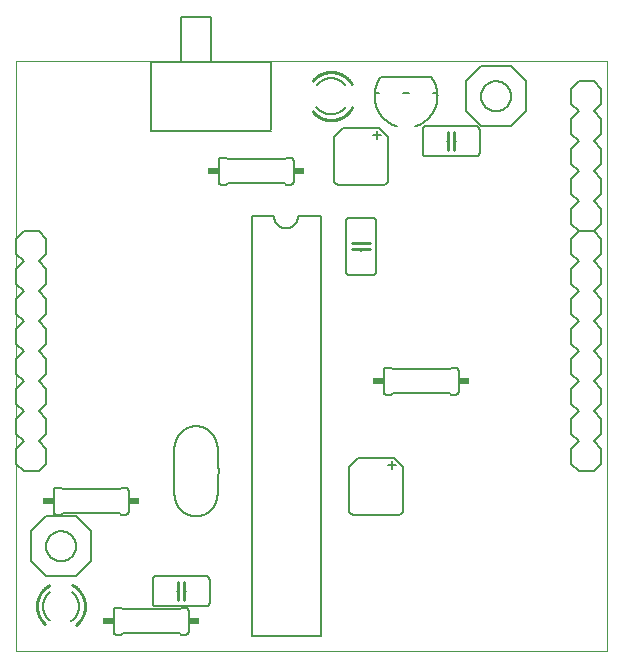
<source format=gto>
G75*
%MOIN*%
%OFA0B0*%
%FSLAX25Y25*%
%IPPOS*%
%LPD*%
%AMOC8*
5,1,8,0,0,1.08239X$1,22.5*
%
%ADD10C,0.00000*%
%ADD11C,0.00600*%
%ADD12C,0.01000*%
%ADD13C,0.00800*%
%ADD14R,0.03400X0.02400*%
%ADD15C,0.00500*%
D10*
X0013667Y0031998D02*
X0013667Y0228849D01*
X0210517Y0228849D01*
X0210517Y0031998D01*
X0013667Y0031998D01*
D11*
X0022667Y0046998D02*
X0022669Y0047150D01*
X0022675Y0047301D01*
X0022684Y0047452D01*
X0022698Y0047604D01*
X0022715Y0047754D01*
X0022736Y0047904D01*
X0022761Y0048054D01*
X0022789Y0048203D01*
X0022822Y0048351D01*
X0022858Y0048498D01*
X0022897Y0048645D01*
X0022941Y0048790D01*
X0022988Y0048934D01*
X0023039Y0049077D01*
X0023093Y0049218D01*
X0023151Y0049359D01*
X0023212Y0049497D01*
X0023277Y0049634D01*
X0023346Y0049770D01*
X0023417Y0049903D01*
X0023492Y0050035D01*
X0023571Y0050165D01*
X0023652Y0050292D01*
X0023737Y0050418D01*
X0023825Y0050542D01*
X0023916Y0050663D01*
X0024010Y0050782D01*
X0024108Y0050898D01*
X0024208Y0051012D01*
X0024310Y0051124D01*
X0024416Y0051232D01*
X0024524Y0051338D01*
X0024635Y0051442D01*
X0024749Y0051542D01*
X0024865Y0051640D01*
X0024984Y0051734D01*
X0034667Y0046998D02*
X0034665Y0046844D01*
X0034659Y0046690D01*
X0034649Y0046536D01*
X0034635Y0046382D01*
X0034618Y0046229D01*
X0034596Y0046077D01*
X0034570Y0045925D01*
X0034541Y0045773D01*
X0034507Y0045623D01*
X0034470Y0045473D01*
X0034429Y0045325D01*
X0034384Y0045177D01*
X0034335Y0045031D01*
X0034283Y0044886D01*
X0034227Y0044743D01*
X0034167Y0044600D01*
X0034104Y0044460D01*
X0034037Y0044321D01*
X0033966Y0044184D01*
X0033892Y0044049D01*
X0033815Y0043916D01*
X0033734Y0043784D01*
X0033650Y0043655D01*
X0033562Y0043528D01*
X0033471Y0043404D01*
X0033378Y0043282D01*
X0033280Y0043162D01*
X0033180Y0043045D01*
X0033077Y0042930D01*
X0032971Y0042818D01*
X0032863Y0042709D01*
X0032751Y0042603D01*
X0032637Y0042499D01*
X0032520Y0042399D01*
X0032401Y0042301D01*
X0032279Y0042207D01*
X0032154Y0042116D01*
X0034667Y0046998D02*
X0034665Y0047148D01*
X0034659Y0047299D01*
X0034650Y0047449D01*
X0034637Y0047598D01*
X0034620Y0047748D01*
X0034599Y0047897D01*
X0034575Y0048045D01*
X0034547Y0048193D01*
X0034515Y0048340D01*
X0034480Y0048486D01*
X0034440Y0048631D01*
X0034398Y0048775D01*
X0034351Y0048918D01*
X0034301Y0049060D01*
X0034248Y0049201D01*
X0034191Y0049340D01*
X0034131Y0049478D01*
X0034067Y0049614D01*
X0034000Y0049748D01*
X0033929Y0049881D01*
X0033855Y0050012D01*
X0033778Y0050141D01*
X0033697Y0050268D01*
X0033614Y0050393D01*
X0033527Y0050516D01*
X0033438Y0050637D01*
X0033345Y0050755D01*
X0033249Y0050871D01*
X0033151Y0050985D01*
X0033050Y0051096D01*
X0032945Y0051205D01*
X0032839Y0051310D01*
X0032729Y0051414D01*
X0032617Y0051514D01*
X0032503Y0051612D01*
X0032386Y0051706D01*
X0032267Y0051798D01*
X0022667Y0046998D02*
X0022669Y0046846D01*
X0022675Y0046695D01*
X0022684Y0046544D01*
X0022698Y0046392D01*
X0022715Y0046242D01*
X0022736Y0046092D01*
X0022761Y0045942D01*
X0022789Y0045793D01*
X0022822Y0045645D01*
X0022858Y0045498D01*
X0022897Y0045351D01*
X0022941Y0045206D01*
X0022988Y0045062D01*
X0023039Y0044919D01*
X0023093Y0044778D01*
X0023151Y0044637D01*
X0023212Y0044499D01*
X0023277Y0044362D01*
X0023346Y0044226D01*
X0023417Y0044093D01*
X0023492Y0043961D01*
X0023571Y0043831D01*
X0023652Y0043704D01*
X0023737Y0043578D01*
X0023825Y0043454D01*
X0023916Y0043333D01*
X0024010Y0043214D01*
X0024108Y0043098D01*
X0024208Y0042984D01*
X0024310Y0042872D01*
X0024416Y0042764D01*
X0024524Y0042658D01*
X0024635Y0042554D01*
X0024749Y0042454D01*
X0024865Y0042356D01*
X0024984Y0042262D01*
X0046167Y0045498D02*
X0046167Y0038498D01*
X0046169Y0038438D01*
X0046174Y0038377D01*
X0046183Y0038318D01*
X0046196Y0038259D01*
X0046212Y0038200D01*
X0046232Y0038143D01*
X0046255Y0038088D01*
X0046282Y0038033D01*
X0046311Y0037981D01*
X0046344Y0037930D01*
X0046380Y0037881D01*
X0046418Y0037835D01*
X0046460Y0037791D01*
X0046504Y0037749D01*
X0046550Y0037711D01*
X0046599Y0037675D01*
X0046650Y0037642D01*
X0046702Y0037613D01*
X0046757Y0037586D01*
X0046812Y0037563D01*
X0046869Y0037543D01*
X0046928Y0037527D01*
X0046987Y0037514D01*
X0047046Y0037505D01*
X0047107Y0037500D01*
X0047167Y0037498D01*
X0048667Y0037498D01*
X0049167Y0037998D01*
X0068167Y0037998D01*
X0068667Y0037498D01*
X0070167Y0037498D01*
X0070227Y0037500D01*
X0070288Y0037505D01*
X0070347Y0037514D01*
X0070406Y0037527D01*
X0070465Y0037543D01*
X0070522Y0037563D01*
X0070577Y0037586D01*
X0070632Y0037613D01*
X0070684Y0037642D01*
X0070735Y0037675D01*
X0070784Y0037711D01*
X0070830Y0037749D01*
X0070874Y0037791D01*
X0070916Y0037835D01*
X0070954Y0037881D01*
X0070990Y0037930D01*
X0071023Y0037981D01*
X0071052Y0038033D01*
X0071079Y0038088D01*
X0071102Y0038143D01*
X0071122Y0038200D01*
X0071138Y0038259D01*
X0071151Y0038318D01*
X0071160Y0038377D01*
X0071165Y0038438D01*
X0071167Y0038498D01*
X0071167Y0045498D01*
X0071165Y0045558D01*
X0071160Y0045619D01*
X0071151Y0045678D01*
X0071138Y0045737D01*
X0071122Y0045796D01*
X0071102Y0045853D01*
X0071079Y0045908D01*
X0071052Y0045963D01*
X0071023Y0046015D01*
X0070990Y0046066D01*
X0070954Y0046115D01*
X0070916Y0046161D01*
X0070874Y0046205D01*
X0070830Y0046247D01*
X0070784Y0046285D01*
X0070735Y0046321D01*
X0070684Y0046354D01*
X0070632Y0046383D01*
X0070577Y0046410D01*
X0070522Y0046433D01*
X0070465Y0046453D01*
X0070406Y0046469D01*
X0070347Y0046482D01*
X0070288Y0046491D01*
X0070227Y0046496D01*
X0070167Y0046498D01*
X0068667Y0046498D01*
X0068167Y0045998D01*
X0049167Y0045998D01*
X0048667Y0046498D01*
X0047167Y0046498D01*
X0047107Y0046496D01*
X0047046Y0046491D01*
X0046987Y0046482D01*
X0046928Y0046469D01*
X0046869Y0046453D01*
X0046812Y0046433D01*
X0046757Y0046410D01*
X0046702Y0046383D01*
X0046650Y0046354D01*
X0046599Y0046321D01*
X0046550Y0046285D01*
X0046504Y0046247D01*
X0046460Y0046205D01*
X0046418Y0046161D01*
X0046380Y0046115D01*
X0046344Y0046066D01*
X0046311Y0046015D01*
X0046282Y0045963D01*
X0046255Y0045908D01*
X0046232Y0045853D01*
X0046212Y0045796D01*
X0046196Y0045737D01*
X0046183Y0045678D01*
X0046174Y0045619D01*
X0046169Y0045558D01*
X0046167Y0045498D01*
X0059167Y0047998D02*
X0059167Y0055998D01*
X0059169Y0056058D01*
X0059174Y0056119D01*
X0059183Y0056178D01*
X0059196Y0056237D01*
X0059212Y0056296D01*
X0059232Y0056353D01*
X0059255Y0056408D01*
X0059282Y0056463D01*
X0059311Y0056515D01*
X0059344Y0056566D01*
X0059380Y0056615D01*
X0059418Y0056661D01*
X0059460Y0056705D01*
X0059504Y0056747D01*
X0059550Y0056785D01*
X0059599Y0056821D01*
X0059650Y0056854D01*
X0059702Y0056883D01*
X0059757Y0056910D01*
X0059812Y0056933D01*
X0059869Y0056953D01*
X0059928Y0056969D01*
X0059987Y0056982D01*
X0060046Y0056991D01*
X0060107Y0056996D01*
X0060167Y0056998D01*
X0077167Y0056998D01*
X0077227Y0056996D01*
X0077288Y0056991D01*
X0077347Y0056982D01*
X0077406Y0056969D01*
X0077465Y0056953D01*
X0077522Y0056933D01*
X0077577Y0056910D01*
X0077632Y0056883D01*
X0077684Y0056854D01*
X0077735Y0056821D01*
X0077784Y0056785D01*
X0077830Y0056747D01*
X0077874Y0056705D01*
X0077916Y0056661D01*
X0077954Y0056615D01*
X0077990Y0056566D01*
X0078023Y0056515D01*
X0078052Y0056463D01*
X0078079Y0056408D01*
X0078102Y0056353D01*
X0078122Y0056296D01*
X0078138Y0056237D01*
X0078151Y0056178D01*
X0078160Y0056119D01*
X0078165Y0056058D01*
X0078167Y0055998D01*
X0078167Y0047998D01*
X0078165Y0047938D01*
X0078160Y0047877D01*
X0078151Y0047818D01*
X0078138Y0047759D01*
X0078122Y0047700D01*
X0078102Y0047643D01*
X0078079Y0047588D01*
X0078052Y0047533D01*
X0078023Y0047481D01*
X0077990Y0047430D01*
X0077954Y0047381D01*
X0077916Y0047335D01*
X0077874Y0047291D01*
X0077830Y0047249D01*
X0077784Y0047211D01*
X0077735Y0047175D01*
X0077684Y0047142D01*
X0077632Y0047113D01*
X0077577Y0047086D01*
X0077522Y0047063D01*
X0077465Y0047043D01*
X0077406Y0047027D01*
X0077347Y0047014D01*
X0077288Y0047005D01*
X0077227Y0047000D01*
X0077167Y0046998D01*
X0060167Y0046998D01*
X0060107Y0047000D01*
X0060046Y0047005D01*
X0059987Y0047014D01*
X0059928Y0047027D01*
X0059869Y0047043D01*
X0059812Y0047063D01*
X0059757Y0047086D01*
X0059702Y0047113D01*
X0059650Y0047142D01*
X0059599Y0047175D01*
X0059550Y0047211D01*
X0059504Y0047249D01*
X0059460Y0047291D01*
X0059418Y0047335D01*
X0059380Y0047381D01*
X0059344Y0047430D01*
X0059311Y0047481D01*
X0059282Y0047533D01*
X0059255Y0047588D01*
X0059232Y0047643D01*
X0059212Y0047700D01*
X0059196Y0047759D01*
X0059183Y0047818D01*
X0059174Y0047877D01*
X0059169Y0047938D01*
X0059167Y0047998D01*
X0067167Y0051998D02*
X0067667Y0051998D01*
X0069667Y0051998D02*
X0070167Y0051998D01*
X0092167Y0036998D02*
X0115167Y0036998D01*
X0115167Y0176998D01*
X0107667Y0176998D01*
X0107665Y0176872D01*
X0107659Y0176747D01*
X0107649Y0176622D01*
X0107635Y0176497D01*
X0107618Y0176372D01*
X0107596Y0176248D01*
X0107571Y0176125D01*
X0107541Y0176003D01*
X0107508Y0175882D01*
X0107471Y0175762D01*
X0107431Y0175643D01*
X0107386Y0175526D01*
X0107338Y0175409D01*
X0107286Y0175295D01*
X0107231Y0175182D01*
X0107172Y0175071D01*
X0107110Y0174962D01*
X0107044Y0174855D01*
X0106975Y0174750D01*
X0106903Y0174647D01*
X0106828Y0174546D01*
X0106749Y0174448D01*
X0106667Y0174353D01*
X0106583Y0174260D01*
X0106495Y0174170D01*
X0106405Y0174082D01*
X0106312Y0173998D01*
X0106217Y0173916D01*
X0106119Y0173837D01*
X0106018Y0173762D01*
X0105915Y0173690D01*
X0105810Y0173621D01*
X0105703Y0173555D01*
X0105594Y0173493D01*
X0105483Y0173434D01*
X0105370Y0173379D01*
X0105256Y0173327D01*
X0105139Y0173279D01*
X0105022Y0173234D01*
X0104903Y0173194D01*
X0104783Y0173157D01*
X0104662Y0173124D01*
X0104540Y0173094D01*
X0104417Y0173069D01*
X0104293Y0173047D01*
X0104168Y0173030D01*
X0104043Y0173016D01*
X0103918Y0173006D01*
X0103793Y0173000D01*
X0103667Y0172998D01*
X0103541Y0173000D01*
X0103416Y0173006D01*
X0103291Y0173016D01*
X0103166Y0173030D01*
X0103041Y0173047D01*
X0102917Y0173069D01*
X0102794Y0173094D01*
X0102672Y0173124D01*
X0102551Y0173157D01*
X0102431Y0173194D01*
X0102312Y0173234D01*
X0102195Y0173279D01*
X0102078Y0173327D01*
X0101964Y0173379D01*
X0101851Y0173434D01*
X0101740Y0173493D01*
X0101631Y0173555D01*
X0101524Y0173621D01*
X0101419Y0173690D01*
X0101316Y0173762D01*
X0101215Y0173837D01*
X0101117Y0173916D01*
X0101022Y0173998D01*
X0100929Y0174082D01*
X0100839Y0174170D01*
X0100751Y0174260D01*
X0100667Y0174353D01*
X0100585Y0174448D01*
X0100506Y0174546D01*
X0100431Y0174647D01*
X0100359Y0174750D01*
X0100290Y0174855D01*
X0100224Y0174962D01*
X0100162Y0175071D01*
X0100103Y0175182D01*
X0100048Y0175295D01*
X0099996Y0175409D01*
X0099948Y0175526D01*
X0099903Y0175643D01*
X0099863Y0175762D01*
X0099826Y0175882D01*
X0099793Y0176003D01*
X0099763Y0176125D01*
X0099738Y0176248D01*
X0099716Y0176372D01*
X0099699Y0176497D01*
X0099685Y0176622D01*
X0099675Y0176747D01*
X0099669Y0176872D01*
X0099667Y0176998D01*
X0092167Y0176998D01*
X0092167Y0036998D01*
X0126167Y0077498D02*
X0141167Y0077498D01*
X0141243Y0077500D01*
X0141319Y0077506D01*
X0141394Y0077515D01*
X0141469Y0077529D01*
X0141543Y0077546D01*
X0141616Y0077567D01*
X0141688Y0077591D01*
X0141759Y0077620D01*
X0141828Y0077651D01*
X0141895Y0077686D01*
X0141960Y0077725D01*
X0142024Y0077767D01*
X0142085Y0077812D01*
X0142144Y0077860D01*
X0142200Y0077911D01*
X0142254Y0077965D01*
X0142305Y0078021D01*
X0142353Y0078080D01*
X0142398Y0078141D01*
X0142440Y0078205D01*
X0142479Y0078270D01*
X0142514Y0078337D01*
X0142545Y0078406D01*
X0142574Y0078477D01*
X0142598Y0078549D01*
X0142619Y0078622D01*
X0142636Y0078696D01*
X0142650Y0078771D01*
X0142659Y0078846D01*
X0142665Y0078922D01*
X0142667Y0078998D01*
X0142667Y0093498D01*
X0139667Y0096498D01*
X0127667Y0096498D01*
X0124667Y0093498D01*
X0124667Y0078998D01*
X0124669Y0078922D01*
X0124675Y0078846D01*
X0124684Y0078771D01*
X0124698Y0078696D01*
X0124715Y0078622D01*
X0124736Y0078549D01*
X0124760Y0078477D01*
X0124789Y0078406D01*
X0124820Y0078337D01*
X0124855Y0078270D01*
X0124894Y0078205D01*
X0124936Y0078141D01*
X0124981Y0078080D01*
X0125029Y0078021D01*
X0125080Y0077965D01*
X0125134Y0077911D01*
X0125190Y0077860D01*
X0125249Y0077812D01*
X0125310Y0077767D01*
X0125374Y0077725D01*
X0125439Y0077686D01*
X0125506Y0077651D01*
X0125575Y0077620D01*
X0125646Y0077591D01*
X0125718Y0077567D01*
X0125791Y0077546D01*
X0125865Y0077529D01*
X0125940Y0077515D01*
X0126015Y0077506D01*
X0126091Y0077500D01*
X0126167Y0077498D01*
X0139067Y0092698D02*
X0139067Y0095298D01*
X0140267Y0093998D02*
X0137767Y0093998D01*
X0137167Y0117498D02*
X0138667Y0117498D01*
X0139167Y0117998D01*
X0158167Y0117998D01*
X0158667Y0117498D01*
X0160167Y0117498D01*
X0160227Y0117500D01*
X0160288Y0117505D01*
X0160347Y0117514D01*
X0160406Y0117527D01*
X0160465Y0117543D01*
X0160522Y0117563D01*
X0160577Y0117586D01*
X0160632Y0117613D01*
X0160684Y0117642D01*
X0160735Y0117675D01*
X0160784Y0117711D01*
X0160830Y0117749D01*
X0160874Y0117791D01*
X0160916Y0117835D01*
X0160954Y0117881D01*
X0160990Y0117930D01*
X0161023Y0117981D01*
X0161052Y0118033D01*
X0161079Y0118088D01*
X0161102Y0118143D01*
X0161122Y0118200D01*
X0161138Y0118259D01*
X0161151Y0118318D01*
X0161160Y0118377D01*
X0161165Y0118438D01*
X0161167Y0118498D01*
X0161167Y0125498D01*
X0161165Y0125558D01*
X0161160Y0125619D01*
X0161151Y0125678D01*
X0161138Y0125737D01*
X0161122Y0125796D01*
X0161102Y0125853D01*
X0161079Y0125908D01*
X0161052Y0125963D01*
X0161023Y0126015D01*
X0160990Y0126066D01*
X0160954Y0126115D01*
X0160916Y0126161D01*
X0160874Y0126205D01*
X0160830Y0126247D01*
X0160784Y0126285D01*
X0160735Y0126321D01*
X0160684Y0126354D01*
X0160632Y0126383D01*
X0160577Y0126410D01*
X0160522Y0126433D01*
X0160465Y0126453D01*
X0160406Y0126469D01*
X0160347Y0126482D01*
X0160288Y0126491D01*
X0160227Y0126496D01*
X0160167Y0126498D01*
X0158667Y0126498D01*
X0158167Y0125998D01*
X0139167Y0125998D01*
X0138667Y0126498D01*
X0137167Y0126498D01*
X0137107Y0126496D01*
X0137046Y0126491D01*
X0136987Y0126482D01*
X0136928Y0126469D01*
X0136869Y0126453D01*
X0136812Y0126433D01*
X0136757Y0126410D01*
X0136702Y0126383D01*
X0136650Y0126354D01*
X0136599Y0126321D01*
X0136550Y0126285D01*
X0136504Y0126247D01*
X0136460Y0126205D01*
X0136418Y0126161D01*
X0136380Y0126115D01*
X0136344Y0126066D01*
X0136311Y0126015D01*
X0136282Y0125963D01*
X0136255Y0125908D01*
X0136232Y0125853D01*
X0136212Y0125796D01*
X0136196Y0125737D01*
X0136183Y0125678D01*
X0136174Y0125619D01*
X0136169Y0125558D01*
X0136167Y0125498D01*
X0136167Y0118498D01*
X0136169Y0118438D01*
X0136174Y0118377D01*
X0136183Y0118318D01*
X0136196Y0118259D01*
X0136212Y0118200D01*
X0136232Y0118143D01*
X0136255Y0118088D01*
X0136282Y0118033D01*
X0136311Y0117981D01*
X0136344Y0117930D01*
X0136380Y0117881D01*
X0136418Y0117835D01*
X0136460Y0117791D01*
X0136504Y0117749D01*
X0136550Y0117711D01*
X0136599Y0117675D01*
X0136650Y0117642D01*
X0136702Y0117613D01*
X0136757Y0117586D01*
X0136812Y0117563D01*
X0136869Y0117543D01*
X0136928Y0117527D01*
X0136987Y0117514D01*
X0137046Y0117505D01*
X0137107Y0117500D01*
X0137167Y0117498D01*
X0132667Y0157498D02*
X0124667Y0157498D01*
X0124607Y0157500D01*
X0124546Y0157505D01*
X0124487Y0157514D01*
X0124428Y0157527D01*
X0124369Y0157543D01*
X0124312Y0157563D01*
X0124257Y0157586D01*
X0124202Y0157613D01*
X0124150Y0157642D01*
X0124099Y0157675D01*
X0124050Y0157711D01*
X0124004Y0157749D01*
X0123960Y0157791D01*
X0123918Y0157835D01*
X0123880Y0157881D01*
X0123844Y0157930D01*
X0123811Y0157981D01*
X0123782Y0158033D01*
X0123755Y0158088D01*
X0123732Y0158143D01*
X0123712Y0158200D01*
X0123696Y0158259D01*
X0123683Y0158318D01*
X0123674Y0158377D01*
X0123669Y0158438D01*
X0123667Y0158498D01*
X0123667Y0175498D01*
X0123669Y0175558D01*
X0123674Y0175619D01*
X0123683Y0175678D01*
X0123696Y0175737D01*
X0123712Y0175796D01*
X0123732Y0175853D01*
X0123755Y0175908D01*
X0123782Y0175963D01*
X0123811Y0176015D01*
X0123844Y0176066D01*
X0123880Y0176115D01*
X0123918Y0176161D01*
X0123960Y0176205D01*
X0124004Y0176247D01*
X0124050Y0176285D01*
X0124099Y0176321D01*
X0124150Y0176354D01*
X0124202Y0176383D01*
X0124257Y0176410D01*
X0124312Y0176433D01*
X0124369Y0176453D01*
X0124428Y0176469D01*
X0124487Y0176482D01*
X0124546Y0176491D01*
X0124607Y0176496D01*
X0124667Y0176498D01*
X0132667Y0176498D01*
X0132727Y0176496D01*
X0132788Y0176491D01*
X0132847Y0176482D01*
X0132906Y0176469D01*
X0132965Y0176453D01*
X0133022Y0176433D01*
X0133077Y0176410D01*
X0133132Y0176383D01*
X0133184Y0176354D01*
X0133235Y0176321D01*
X0133284Y0176285D01*
X0133330Y0176247D01*
X0133374Y0176205D01*
X0133416Y0176161D01*
X0133454Y0176115D01*
X0133490Y0176066D01*
X0133523Y0176015D01*
X0133552Y0175963D01*
X0133579Y0175908D01*
X0133602Y0175853D01*
X0133622Y0175796D01*
X0133638Y0175737D01*
X0133651Y0175678D01*
X0133660Y0175619D01*
X0133665Y0175558D01*
X0133667Y0175498D01*
X0133667Y0158498D01*
X0133665Y0158438D01*
X0133660Y0158377D01*
X0133651Y0158318D01*
X0133638Y0158259D01*
X0133622Y0158200D01*
X0133602Y0158143D01*
X0133579Y0158088D01*
X0133552Y0158033D01*
X0133523Y0157981D01*
X0133490Y0157930D01*
X0133454Y0157881D01*
X0133416Y0157835D01*
X0133374Y0157791D01*
X0133330Y0157749D01*
X0133284Y0157711D01*
X0133235Y0157675D01*
X0133184Y0157642D01*
X0133132Y0157613D01*
X0133077Y0157586D01*
X0133022Y0157563D01*
X0132965Y0157543D01*
X0132906Y0157527D01*
X0132847Y0157514D01*
X0132788Y0157505D01*
X0132727Y0157500D01*
X0132667Y0157498D01*
X0128667Y0165498D02*
X0128667Y0165998D01*
X0128667Y0167998D02*
X0128667Y0168498D01*
X0136167Y0187498D02*
X0121167Y0187498D01*
X0121091Y0187500D01*
X0121015Y0187506D01*
X0120940Y0187515D01*
X0120865Y0187529D01*
X0120791Y0187546D01*
X0120718Y0187567D01*
X0120646Y0187591D01*
X0120575Y0187620D01*
X0120506Y0187651D01*
X0120439Y0187686D01*
X0120374Y0187725D01*
X0120310Y0187767D01*
X0120249Y0187812D01*
X0120190Y0187860D01*
X0120134Y0187911D01*
X0120080Y0187965D01*
X0120029Y0188021D01*
X0119981Y0188080D01*
X0119936Y0188141D01*
X0119894Y0188205D01*
X0119855Y0188270D01*
X0119820Y0188337D01*
X0119789Y0188406D01*
X0119760Y0188477D01*
X0119736Y0188549D01*
X0119715Y0188622D01*
X0119698Y0188696D01*
X0119684Y0188771D01*
X0119675Y0188846D01*
X0119669Y0188922D01*
X0119667Y0188998D01*
X0119667Y0203498D01*
X0122667Y0206498D01*
X0134667Y0206498D01*
X0137667Y0203498D01*
X0137667Y0188998D01*
X0137665Y0188922D01*
X0137659Y0188846D01*
X0137650Y0188771D01*
X0137636Y0188696D01*
X0137619Y0188622D01*
X0137598Y0188549D01*
X0137574Y0188477D01*
X0137545Y0188406D01*
X0137514Y0188337D01*
X0137479Y0188270D01*
X0137440Y0188205D01*
X0137398Y0188141D01*
X0137353Y0188080D01*
X0137305Y0188021D01*
X0137254Y0187965D01*
X0137200Y0187911D01*
X0137144Y0187860D01*
X0137085Y0187812D01*
X0137024Y0187767D01*
X0136960Y0187725D01*
X0136895Y0187686D01*
X0136828Y0187651D01*
X0136759Y0187620D01*
X0136688Y0187591D01*
X0136616Y0187567D01*
X0136543Y0187546D01*
X0136469Y0187529D01*
X0136394Y0187515D01*
X0136319Y0187506D01*
X0136243Y0187500D01*
X0136167Y0187498D01*
X0134067Y0202698D02*
X0134067Y0205298D01*
X0135267Y0203998D02*
X0132767Y0203998D01*
X0118667Y0210998D02*
X0118513Y0211000D01*
X0118359Y0211006D01*
X0118205Y0211016D01*
X0118051Y0211030D01*
X0117898Y0211047D01*
X0117746Y0211069D01*
X0117594Y0211095D01*
X0117442Y0211124D01*
X0117292Y0211158D01*
X0117142Y0211195D01*
X0116994Y0211236D01*
X0116846Y0211281D01*
X0116700Y0211330D01*
X0116555Y0211382D01*
X0116412Y0211438D01*
X0116269Y0211498D01*
X0116129Y0211561D01*
X0115990Y0211628D01*
X0115853Y0211699D01*
X0115718Y0211773D01*
X0115585Y0211850D01*
X0115453Y0211931D01*
X0115324Y0212015D01*
X0115197Y0212103D01*
X0115073Y0212194D01*
X0114951Y0212287D01*
X0114831Y0212385D01*
X0114714Y0212485D01*
X0114599Y0212588D01*
X0114487Y0212694D01*
X0114378Y0212802D01*
X0114272Y0212914D01*
X0114168Y0213028D01*
X0114068Y0213145D01*
X0113970Y0213264D01*
X0113876Y0213386D01*
X0113785Y0213511D01*
X0118667Y0222998D02*
X0118819Y0222996D01*
X0118970Y0222990D01*
X0119121Y0222981D01*
X0119273Y0222967D01*
X0119423Y0222950D01*
X0119573Y0222929D01*
X0119723Y0222904D01*
X0119872Y0222876D01*
X0120020Y0222843D01*
X0120167Y0222807D01*
X0120314Y0222768D01*
X0120459Y0222724D01*
X0120603Y0222677D01*
X0120746Y0222626D01*
X0120887Y0222572D01*
X0121028Y0222514D01*
X0121166Y0222453D01*
X0121303Y0222388D01*
X0121439Y0222319D01*
X0121572Y0222248D01*
X0121704Y0222173D01*
X0121834Y0222094D01*
X0121961Y0222013D01*
X0122087Y0221928D01*
X0122211Y0221840D01*
X0122332Y0221749D01*
X0122451Y0221655D01*
X0122567Y0221557D01*
X0122681Y0221457D01*
X0122793Y0221355D01*
X0122901Y0221249D01*
X0123007Y0221141D01*
X0123111Y0221030D01*
X0123211Y0220916D01*
X0123309Y0220800D01*
X0123403Y0220681D01*
X0118667Y0222998D02*
X0118515Y0222996D01*
X0118364Y0222990D01*
X0118213Y0222981D01*
X0118061Y0222967D01*
X0117911Y0222950D01*
X0117761Y0222929D01*
X0117611Y0222904D01*
X0117462Y0222876D01*
X0117314Y0222843D01*
X0117167Y0222807D01*
X0117020Y0222768D01*
X0116875Y0222724D01*
X0116731Y0222677D01*
X0116588Y0222626D01*
X0116447Y0222572D01*
X0116306Y0222514D01*
X0116168Y0222453D01*
X0116031Y0222388D01*
X0115895Y0222319D01*
X0115762Y0222248D01*
X0115630Y0222173D01*
X0115500Y0222094D01*
X0115373Y0222013D01*
X0115247Y0221928D01*
X0115123Y0221840D01*
X0115002Y0221749D01*
X0114883Y0221655D01*
X0114767Y0221557D01*
X0114653Y0221457D01*
X0114541Y0221355D01*
X0114433Y0221249D01*
X0114327Y0221141D01*
X0114223Y0221030D01*
X0114123Y0220916D01*
X0114025Y0220800D01*
X0113931Y0220681D01*
X0118667Y0210998D02*
X0118817Y0211000D01*
X0118968Y0211006D01*
X0119118Y0211015D01*
X0119267Y0211028D01*
X0119417Y0211045D01*
X0119566Y0211066D01*
X0119714Y0211090D01*
X0119862Y0211118D01*
X0120009Y0211150D01*
X0120155Y0211185D01*
X0120300Y0211225D01*
X0120444Y0211267D01*
X0120587Y0211314D01*
X0120729Y0211364D01*
X0120870Y0211417D01*
X0121009Y0211474D01*
X0121147Y0211534D01*
X0121283Y0211598D01*
X0121417Y0211665D01*
X0121550Y0211736D01*
X0121681Y0211810D01*
X0121810Y0211887D01*
X0121937Y0211968D01*
X0122062Y0212051D01*
X0122185Y0212138D01*
X0122306Y0212227D01*
X0122424Y0212320D01*
X0122540Y0212416D01*
X0122654Y0212514D01*
X0122765Y0212615D01*
X0122874Y0212720D01*
X0122979Y0212826D01*
X0123083Y0212936D01*
X0123183Y0213048D01*
X0123281Y0213162D01*
X0123375Y0213279D01*
X0123467Y0213398D01*
X0106167Y0195498D02*
X0106167Y0188498D01*
X0106165Y0188438D01*
X0106160Y0188377D01*
X0106151Y0188318D01*
X0106138Y0188259D01*
X0106122Y0188200D01*
X0106102Y0188143D01*
X0106079Y0188088D01*
X0106052Y0188033D01*
X0106023Y0187981D01*
X0105990Y0187930D01*
X0105954Y0187881D01*
X0105916Y0187835D01*
X0105874Y0187791D01*
X0105830Y0187749D01*
X0105784Y0187711D01*
X0105735Y0187675D01*
X0105684Y0187642D01*
X0105632Y0187613D01*
X0105577Y0187586D01*
X0105522Y0187563D01*
X0105465Y0187543D01*
X0105406Y0187527D01*
X0105347Y0187514D01*
X0105288Y0187505D01*
X0105227Y0187500D01*
X0105167Y0187498D01*
X0103667Y0187498D01*
X0103167Y0187998D01*
X0084167Y0187998D01*
X0083667Y0187498D01*
X0082167Y0187498D01*
X0082107Y0187500D01*
X0082046Y0187505D01*
X0081987Y0187514D01*
X0081928Y0187527D01*
X0081869Y0187543D01*
X0081812Y0187563D01*
X0081757Y0187586D01*
X0081702Y0187613D01*
X0081650Y0187642D01*
X0081599Y0187675D01*
X0081550Y0187711D01*
X0081504Y0187749D01*
X0081460Y0187791D01*
X0081418Y0187835D01*
X0081380Y0187881D01*
X0081344Y0187930D01*
X0081311Y0187981D01*
X0081282Y0188033D01*
X0081255Y0188088D01*
X0081232Y0188143D01*
X0081212Y0188200D01*
X0081196Y0188259D01*
X0081183Y0188318D01*
X0081174Y0188377D01*
X0081169Y0188438D01*
X0081167Y0188498D01*
X0081167Y0195498D01*
X0081169Y0195558D01*
X0081174Y0195619D01*
X0081183Y0195678D01*
X0081196Y0195737D01*
X0081212Y0195796D01*
X0081232Y0195853D01*
X0081255Y0195908D01*
X0081282Y0195963D01*
X0081311Y0196015D01*
X0081344Y0196066D01*
X0081380Y0196115D01*
X0081418Y0196161D01*
X0081460Y0196205D01*
X0081504Y0196247D01*
X0081550Y0196285D01*
X0081599Y0196321D01*
X0081650Y0196354D01*
X0081702Y0196383D01*
X0081757Y0196410D01*
X0081812Y0196433D01*
X0081869Y0196453D01*
X0081928Y0196469D01*
X0081987Y0196482D01*
X0082046Y0196491D01*
X0082107Y0196496D01*
X0082167Y0196498D01*
X0083667Y0196498D01*
X0084167Y0195998D01*
X0103167Y0195998D01*
X0103667Y0196498D01*
X0105167Y0196498D01*
X0105227Y0196496D01*
X0105288Y0196491D01*
X0105347Y0196482D01*
X0105406Y0196469D01*
X0105465Y0196453D01*
X0105522Y0196433D01*
X0105577Y0196410D01*
X0105632Y0196383D01*
X0105684Y0196354D01*
X0105735Y0196321D01*
X0105784Y0196285D01*
X0105830Y0196247D01*
X0105874Y0196205D01*
X0105916Y0196161D01*
X0105954Y0196115D01*
X0105990Y0196066D01*
X0106023Y0196015D01*
X0106052Y0195963D01*
X0106079Y0195908D01*
X0106102Y0195853D01*
X0106122Y0195796D01*
X0106138Y0195737D01*
X0106151Y0195678D01*
X0106160Y0195619D01*
X0106165Y0195558D01*
X0106167Y0195498D01*
X0098667Y0205498D02*
X0058667Y0205498D01*
X0058667Y0228498D01*
X0068667Y0228498D01*
X0078667Y0228498D01*
X0098667Y0228498D01*
X0098667Y0205998D01*
X0149167Y0205998D02*
X0149167Y0197998D01*
X0149169Y0197938D01*
X0149174Y0197877D01*
X0149183Y0197818D01*
X0149196Y0197759D01*
X0149212Y0197700D01*
X0149232Y0197643D01*
X0149255Y0197588D01*
X0149282Y0197533D01*
X0149311Y0197481D01*
X0149344Y0197430D01*
X0149380Y0197381D01*
X0149418Y0197335D01*
X0149460Y0197291D01*
X0149504Y0197249D01*
X0149550Y0197211D01*
X0149599Y0197175D01*
X0149650Y0197142D01*
X0149702Y0197113D01*
X0149757Y0197086D01*
X0149812Y0197063D01*
X0149869Y0197043D01*
X0149928Y0197027D01*
X0149987Y0197014D01*
X0150046Y0197005D01*
X0150107Y0197000D01*
X0150167Y0196998D01*
X0167167Y0196998D01*
X0167227Y0197000D01*
X0167288Y0197005D01*
X0167347Y0197014D01*
X0167406Y0197027D01*
X0167465Y0197043D01*
X0167522Y0197063D01*
X0167577Y0197086D01*
X0167632Y0197113D01*
X0167684Y0197142D01*
X0167735Y0197175D01*
X0167784Y0197211D01*
X0167830Y0197249D01*
X0167874Y0197291D01*
X0167916Y0197335D01*
X0167954Y0197381D01*
X0167990Y0197430D01*
X0168023Y0197481D01*
X0168052Y0197533D01*
X0168079Y0197588D01*
X0168102Y0197643D01*
X0168122Y0197700D01*
X0168138Y0197759D01*
X0168151Y0197818D01*
X0168160Y0197877D01*
X0168165Y0197938D01*
X0168167Y0197998D01*
X0168167Y0205998D01*
X0168165Y0206058D01*
X0168160Y0206119D01*
X0168151Y0206178D01*
X0168138Y0206237D01*
X0168122Y0206296D01*
X0168102Y0206353D01*
X0168079Y0206408D01*
X0168052Y0206463D01*
X0168023Y0206515D01*
X0167990Y0206566D01*
X0167954Y0206615D01*
X0167916Y0206661D01*
X0167874Y0206705D01*
X0167830Y0206747D01*
X0167784Y0206785D01*
X0167735Y0206821D01*
X0167684Y0206854D01*
X0167632Y0206883D01*
X0167577Y0206910D01*
X0167522Y0206933D01*
X0167465Y0206953D01*
X0167406Y0206969D01*
X0167347Y0206982D01*
X0167288Y0206991D01*
X0167227Y0206996D01*
X0167167Y0206998D01*
X0150167Y0206998D01*
X0150107Y0206996D01*
X0150046Y0206991D01*
X0149987Y0206982D01*
X0149928Y0206969D01*
X0149869Y0206953D01*
X0149812Y0206933D01*
X0149757Y0206910D01*
X0149702Y0206883D01*
X0149650Y0206854D01*
X0149599Y0206821D01*
X0149550Y0206785D01*
X0149504Y0206747D01*
X0149460Y0206705D01*
X0149418Y0206661D01*
X0149380Y0206615D01*
X0149344Y0206566D01*
X0149311Y0206515D01*
X0149282Y0206463D01*
X0149255Y0206408D01*
X0149232Y0206353D01*
X0149212Y0206296D01*
X0149196Y0206237D01*
X0149183Y0206178D01*
X0149174Y0206119D01*
X0149169Y0206058D01*
X0149167Y0205998D01*
X0157167Y0201998D02*
X0157667Y0201998D01*
X0159667Y0201998D02*
X0160167Y0201998D01*
X0051167Y0085498D02*
X0051167Y0078498D01*
X0051165Y0078438D01*
X0051160Y0078377D01*
X0051151Y0078318D01*
X0051138Y0078259D01*
X0051122Y0078200D01*
X0051102Y0078143D01*
X0051079Y0078088D01*
X0051052Y0078033D01*
X0051023Y0077981D01*
X0050990Y0077930D01*
X0050954Y0077881D01*
X0050916Y0077835D01*
X0050874Y0077791D01*
X0050830Y0077749D01*
X0050784Y0077711D01*
X0050735Y0077675D01*
X0050684Y0077642D01*
X0050632Y0077613D01*
X0050577Y0077586D01*
X0050522Y0077563D01*
X0050465Y0077543D01*
X0050406Y0077527D01*
X0050347Y0077514D01*
X0050288Y0077505D01*
X0050227Y0077500D01*
X0050167Y0077498D01*
X0048667Y0077498D01*
X0048167Y0077998D01*
X0029167Y0077998D01*
X0028667Y0077498D01*
X0027167Y0077498D01*
X0027107Y0077500D01*
X0027046Y0077505D01*
X0026987Y0077514D01*
X0026928Y0077527D01*
X0026869Y0077543D01*
X0026812Y0077563D01*
X0026757Y0077586D01*
X0026702Y0077613D01*
X0026650Y0077642D01*
X0026599Y0077675D01*
X0026550Y0077711D01*
X0026504Y0077749D01*
X0026460Y0077791D01*
X0026418Y0077835D01*
X0026380Y0077881D01*
X0026344Y0077930D01*
X0026311Y0077981D01*
X0026282Y0078033D01*
X0026255Y0078088D01*
X0026232Y0078143D01*
X0026212Y0078200D01*
X0026196Y0078259D01*
X0026183Y0078318D01*
X0026174Y0078377D01*
X0026169Y0078438D01*
X0026167Y0078498D01*
X0026167Y0085498D01*
X0026169Y0085558D01*
X0026174Y0085619D01*
X0026183Y0085678D01*
X0026196Y0085737D01*
X0026212Y0085796D01*
X0026232Y0085853D01*
X0026255Y0085908D01*
X0026282Y0085963D01*
X0026311Y0086015D01*
X0026344Y0086066D01*
X0026380Y0086115D01*
X0026418Y0086161D01*
X0026460Y0086205D01*
X0026504Y0086247D01*
X0026550Y0086285D01*
X0026599Y0086321D01*
X0026650Y0086354D01*
X0026702Y0086383D01*
X0026757Y0086410D01*
X0026812Y0086433D01*
X0026869Y0086453D01*
X0026928Y0086469D01*
X0026987Y0086482D01*
X0027046Y0086491D01*
X0027107Y0086496D01*
X0027167Y0086498D01*
X0028667Y0086498D01*
X0029167Y0085998D01*
X0048167Y0085998D01*
X0048667Y0086498D01*
X0050167Y0086498D01*
X0050227Y0086496D01*
X0050288Y0086491D01*
X0050347Y0086482D01*
X0050406Y0086469D01*
X0050465Y0086453D01*
X0050522Y0086433D01*
X0050577Y0086410D01*
X0050632Y0086383D01*
X0050684Y0086354D01*
X0050735Y0086321D01*
X0050784Y0086285D01*
X0050830Y0086247D01*
X0050874Y0086205D01*
X0050916Y0086161D01*
X0050954Y0086115D01*
X0050990Y0086066D01*
X0051023Y0086015D01*
X0051052Y0085963D01*
X0051079Y0085908D01*
X0051102Y0085853D01*
X0051122Y0085796D01*
X0051138Y0085737D01*
X0051151Y0085678D01*
X0051160Y0085619D01*
X0051165Y0085558D01*
X0051167Y0085498D01*
D12*
X0067667Y0054998D02*
X0067667Y0051998D01*
X0067667Y0048998D01*
X0069667Y0048998D02*
X0069667Y0051998D01*
X0069667Y0054998D01*
X0024698Y0053944D02*
X0024529Y0053845D01*
X0024363Y0053741D01*
X0024199Y0053634D01*
X0024038Y0053523D01*
X0023880Y0053408D01*
X0023725Y0053289D01*
X0023572Y0053166D01*
X0023423Y0053040D01*
X0023277Y0052910D01*
X0023134Y0052776D01*
X0022994Y0052639D01*
X0022858Y0052499D01*
X0022725Y0052355D01*
X0022596Y0052208D01*
X0022470Y0052058D01*
X0022349Y0051905D01*
X0022230Y0051749D01*
X0022116Y0051590D01*
X0022006Y0051429D01*
X0021900Y0051264D01*
X0021797Y0051098D01*
X0021699Y0050928D01*
X0021605Y0050757D01*
X0021515Y0050583D01*
X0021430Y0050407D01*
X0021348Y0050229D01*
X0021272Y0050049D01*
X0021199Y0049867D01*
X0021131Y0049684D01*
X0021068Y0049499D01*
X0021009Y0049312D01*
X0020955Y0049124D01*
X0020905Y0048935D01*
X0020860Y0048745D01*
X0020820Y0048553D01*
X0020784Y0048361D01*
X0020753Y0048168D01*
X0020727Y0047974D01*
X0020705Y0047779D01*
X0020689Y0047584D01*
X0020677Y0047389D01*
X0020669Y0047193D01*
X0020667Y0046998D01*
X0032432Y0054057D02*
X0032600Y0053964D01*
X0032766Y0053868D01*
X0032930Y0053768D01*
X0033091Y0053663D01*
X0033250Y0053555D01*
X0033406Y0053443D01*
X0033560Y0053327D01*
X0033710Y0053208D01*
X0033858Y0053085D01*
X0034003Y0052959D01*
X0034144Y0052829D01*
X0034283Y0052696D01*
X0034418Y0052559D01*
X0034550Y0052419D01*
X0034678Y0052277D01*
X0034803Y0052131D01*
X0034925Y0051982D01*
X0035043Y0051830D01*
X0035157Y0051676D01*
X0035267Y0051518D01*
X0035374Y0051359D01*
X0035477Y0051196D01*
X0035576Y0051031D01*
X0035671Y0050864D01*
X0035761Y0050695D01*
X0035848Y0050524D01*
X0035931Y0050350D01*
X0036009Y0050175D01*
X0036083Y0049997D01*
X0036153Y0049818D01*
X0036219Y0049638D01*
X0036280Y0049456D01*
X0036337Y0049272D01*
X0036389Y0049087D01*
X0036437Y0048901D01*
X0036481Y0048714D01*
X0036520Y0048526D01*
X0036554Y0048337D01*
X0036584Y0048147D01*
X0036609Y0047957D01*
X0036630Y0047766D01*
X0036646Y0047574D01*
X0036658Y0047382D01*
X0036665Y0047190D01*
X0036667Y0046998D01*
X0023499Y0040891D02*
X0023353Y0041018D01*
X0023211Y0041147D01*
X0023071Y0041281D01*
X0022935Y0041417D01*
X0022802Y0041557D01*
X0022672Y0041700D01*
X0022546Y0041847D01*
X0022424Y0041996D01*
X0022305Y0042148D01*
X0022190Y0042303D01*
X0022078Y0042460D01*
X0021971Y0042620D01*
X0021867Y0042783D01*
X0021768Y0042949D01*
X0021672Y0043116D01*
X0021580Y0043286D01*
X0021493Y0043458D01*
X0021409Y0043632D01*
X0021330Y0043808D01*
X0021256Y0043986D01*
X0021185Y0044166D01*
X0021119Y0044347D01*
X0021057Y0044530D01*
X0021000Y0044714D01*
X0020947Y0044900D01*
X0020899Y0045087D01*
X0020855Y0045275D01*
X0020816Y0045464D01*
X0020781Y0045654D01*
X0020751Y0045844D01*
X0020725Y0046035D01*
X0020704Y0046227D01*
X0020688Y0046420D01*
X0020676Y0046612D01*
X0020669Y0046805D01*
X0020667Y0046998D01*
X0033789Y0040852D02*
X0033937Y0040979D01*
X0034082Y0041109D01*
X0034223Y0041242D01*
X0034362Y0041379D01*
X0034497Y0041519D01*
X0034628Y0041663D01*
X0034756Y0041810D01*
X0034881Y0041959D01*
X0035002Y0042112D01*
X0035119Y0042267D01*
X0035232Y0042426D01*
X0035341Y0042587D01*
X0035446Y0042751D01*
X0035548Y0042917D01*
X0035645Y0043086D01*
X0035738Y0043256D01*
X0035827Y0043430D01*
X0035912Y0043605D01*
X0035992Y0043782D01*
X0036068Y0043961D01*
X0036140Y0044142D01*
X0036207Y0044325D01*
X0036270Y0044509D01*
X0036328Y0044695D01*
X0036382Y0044882D01*
X0036431Y0045070D01*
X0036476Y0045260D01*
X0036516Y0045450D01*
X0036551Y0045642D01*
X0036582Y0045834D01*
X0036608Y0046027D01*
X0036629Y0046221D01*
X0036646Y0046415D01*
X0036658Y0046609D01*
X0036665Y0046803D01*
X0036667Y0046998D01*
X0125667Y0165998D02*
X0128667Y0165998D01*
X0131667Y0165998D01*
X0131667Y0167998D02*
X0128667Y0167998D01*
X0125667Y0167998D01*
X0157667Y0198998D02*
X0157667Y0201998D01*
X0157667Y0204998D01*
X0159667Y0204998D02*
X0159667Y0201998D01*
X0159667Y0198998D01*
X0125613Y0220967D02*
X0125514Y0221136D01*
X0125410Y0221302D01*
X0125303Y0221466D01*
X0125192Y0221627D01*
X0125077Y0221785D01*
X0124958Y0221940D01*
X0124835Y0222093D01*
X0124709Y0222242D01*
X0124579Y0222388D01*
X0124445Y0222531D01*
X0124308Y0222671D01*
X0124168Y0222807D01*
X0124024Y0222940D01*
X0123877Y0223069D01*
X0123727Y0223195D01*
X0123574Y0223316D01*
X0123418Y0223435D01*
X0123259Y0223549D01*
X0123098Y0223659D01*
X0122933Y0223765D01*
X0122767Y0223868D01*
X0122597Y0223966D01*
X0122426Y0224060D01*
X0122252Y0224150D01*
X0122076Y0224235D01*
X0121898Y0224317D01*
X0121718Y0224393D01*
X0121536Y0224466D01*
X0121353Y0224534D01*
X0121168Y0224597D01*
X0120981Y0224656D01*
X0120793Y0224710D01*
X0120604Y0224760D01*
X0120414Y0224805D01*
X0120222Y0224845D01*
X0120030Y0224881D01*
X0119837Y0224912D01*
X0119643Y0224938D01*
X0119448Y0224960D01*
X0119253Y0224976D01*
X0119058Y0224988D01*
X0118862Y0224996D01*
X0118667Y0224998D01*
X0125725Y0213233D02*
X0125632Y0213065D01*
X0125536Y0212899D01*
X0125436Y0212735D01*
X0125331Y0212574D01*
X0125223Y0212415D01*
X0125111Y0212259D01*
X0124995Y0212105D01*
X0124876Y0211955D01*
X0124753Y0211807D01*
X0124627Y0211662D01*
X0124497Y0211521D01*
X0124364Y0211382D01*
X0124227Y0211247D01*
X0124087Y0211115D01*
X0123945Y0210987D01*
X0123799Y0210862D01*
X0123650Y0210740D01*
X0123498Y0210622D01*
X0123344Y0210508D01*
X0123186Y0210398D01*
X0123027Y0210291D01*
X0122864Y0210188D01*
X0122699Y0210089D01*
X0122532Y0209994D01*
X0122363Y0209904D01*
X0122192Y0209817D01*
X0122018Y0209734D01*
X0121843Y0209656D01*
X0121665Y0209582D01*
X0121486Y0209512D01*
X0121306Y0209446D01*
X0121124Y0209385D01*
X0120940Y0209328D01*
X0120755Y0209276D01*
X0120569Y0209228D01*
X0120382Y0209184D01*
X0120194Y0209145D01*
X0120005Y0209111D01*
X0119815Y0209081D01*
X0119625Y0209056D01*
X0119434Y0209035D01*
X0119242Y0209019D01*
X0119050Y0209007D01*
X0118858Y0209000D01*
X0118666Y0208998D01*
X0112560Y0222166D02*
X0112687Y0222312D01*
X0112816Y0222454D01*
X0112950Y0222594D01*
X0113086Y0222730D01*
X0113226Y0222863D01*
X0113369Y0222993D01*
X0113516Y0223119D01*
X0113665Y0223241D01*
X0113817Y0223360D01*
X0113972Y0223475D01*
X0114129Y0223587D01*
X0114289Y0223694D01*
X0114452Y0223798D01*
X0114618Y0223897D01*
X0114785Y0223993D01*
X0114955Y0224085D01*
X0115127Y0224172D01*
X0115301Y0224256D01*
X0115477Y0224335D01*
X0115655Y0224409D01*
X0115835Y0224480D01*
X0116016Y0224546D01*
X0116199Y0224608D01*
X0116383Y0224665D01*
X0116569Y0224718D01*
X0116756Y0224766D01*
X0116944Y0224810D01*
X0117133Y0224849D01*
X0117323Y0224884D01*
X0117513Y0224914D01*
X0117704Y0224940D01*
X0117896Y0224961D01*
X0118089Y0224977D01*
X0118281Y0224989D01*
X0118474Y0224996D01*
X0118667Y0224998D01*
X0112521Y0211876D02*
X0112648Y0211728D01*
X0112778Y0211583D01*
X0112911Y0211442D01*
X0113048Y0211303D01*
X0113188Y0211168D01*
X0113332Y0211037D01*
X0113479Y0210909D01*
X0113628Y0210784D01*
X0113781Y0210663D01*
X0113936Y0210546D01*
X0114095Y0210433D01*
X0114256Y0210324D01*
X0114420Y0210219D01*
X0114586Y0210117D01*
X0114755Y0210020D01*
X0114925Y0209927D01*
X0115099Y0209838D01*
X0115274Y0209753D01*
X0115451Y0209673D01*
X0115630Y0209597D01*
X0115811Y0209525D01*
X0115994Y0209458D01*
X0116178Y0209395D01*
X0116364Y0209337D01*
X0116551Y0209283D01*
X0116739Y0209234D01*
X0116929Y0209189D01*
X0117119Y0209149D01*
X0117311Y0209114D01*
X0117503Y0209083D01*
X0117696Y0209057D01*
X0117890Y0209036D01*
X0118084Y0209019D01*
X0118278Y0209007D01*
X0118472Y0209000D01*
X0118667Y0208998D01*
D13*
X0198667Y0209498D02*
X0198667Y0204498D01*
X0201167Y0201998D01*
X0198667Y0199498D01*
X0198667Y0194498D01*
X0201167Y0191998D01*
X0198667Y0189498D01*
X0198667Y0184498D01*
X0201167Y0181998D01*
X0198667Y0179498D01*
X0198667Y0174498D01*
X0201167Y0171998D01*
X0206167Y0171998D01*
X0208667Y0174498D01*
X0208667Y0179498D01*
X0206167Y0181998D01*
X0208667Y0184498D01*
X0208667Y0189498D01*
X0206167Y0191998D01*
X0208667Y0194498D01*
X0208667Y0199498D01*
X0206167Y0201998D01*
X0208667Y0204498D01*
X0208667Y0209498D01*
X0206167Y0211998D01*
X0208667Y0214498D01*
X0208667Y0219498D01*
X0206167Y0221998D01*
X0201167Y0221998D01*
X0198667Y0219498D01*
X0198667Y0214498D01*
X0201167Y0211998D01*
X0198667Y0209498D01*
X0201167Y0171998D02*
X0206167Y0171998D01*
X0208667Y0169498D01*
X0208667Y0164498D01*
X0206167Y0161998D01*
X0208667Y0159498D01*
X0208667Y0154498D01*
X0206167Y0151998D01*
X0208667Y0149498D01*
X0208667Y0144498D01*
X0206167Y0141998D01*
X0208667Y0139498D01*
X0208667Y0134498D01*
X0206167Y0131998D01*
X0208667Y0129498D01*
X0208667Y0124498D01*
X0206167Y0121998D01*
X0208667Y0119498D01*
X0208667Y0114498D01*
X0206167Y0111998D01*
X0208667Y0109498D01*
X0208667Y0104498D01*
X0206167Y0101998D01*
X0208667Y0099498D01*
X0208667Y0094498D01*
X0206167Y0091998D01*
X0201167Y0091998D01*
X0198667Y0094498D01*
X0198667Y0099498D01*
X0201167Y0101998D01*
X0198667Y0104498D01*
X0198667Y0109498D01*
X0201167Y0111998D01*
X0198667Y0114498D01*
X0198667Y0119498D01*
X0201167Y0121998D01*
X0198667Y0124498D01*
X0198667Y0129498D01*
X0201167Y0131998D01*
X0198667Y0134498D01*
X0198667Y0139498D01*
X0201167Y0141998D01*
X0198667Y0144498D01*
X0198667Y0149498D01*
X0201167Y0151998D01*
X0198667Y0154498D01*
X0198667Y0159498D01*
X0201167Y0161998D01*
X0198667Y0164498D01*
X0198667Y0169498D01*
X0201167Y0171998D01*
X0066667Y0100998D02*
X0066487Y0099203D01*
X0066347Y0097405D01*
X0066247Y0095604D01*
X0066187Y0093802D01*
X0066167Y0091998D01*
X0066187Y0090194D01*
X0066247Y0088392D01*
X0066347Y0086591D01*
X0066487Y0084793D01*
X0066667Y0082998D01*
X0066667Y0082999D02*
X0066696Y0082828D01*
X0066729Y0082658D01*
X0066765Y0082489D01*
X0066806Y0082321D01*
X0066852Y0082154D01*
X0066901Y0081988D01*
X0066954Y0081823D01*
X0067011Y0081660D01*
X0067072Y0081498D01*
X0067137Y0081337D01*
X0067206Y0081179D01*
X0067279Y0081022D01*
X0067356Y0080867D01*
X0067436Y0080713D01*
X0067521Y0080562D01*
X0067608Y0080413D01*
X0067700Y0080266D01*
X0067795Y0080121D01*
X0067893Y0079979D01*
X0067995Y0079839D01*
X0068101Y0079702D01*
X0068209Y0079567D01*
X0068321Y0079435D01*
X0068436Y0079306D01*
X0068555Y0079180D01*
X0068676Y0079056D01*
X0068800Y0078936D01*
X0068927Y0078818D01*
X0069057Y0078704D01*
X0069190Y0078593D01*
X0069326Y0078485D01*
X0069464Y0078381D01*
X0069604Y0078280D01*
X0069747Y0078182D01*
X0069893Y0078088D01*
X0070040Y0077998D01*
X0070190Y0077911D01*
X0070342Y0077828D01*
X0070495Y0077749D01*
X0070651Y0077673D01*
X0070809Y0077601D01*
X0070968Y0077533D01*
X0071129Y0077469D01*
X0071291Y0077409D01*
X0071455Y0077353D01*
X0071620Y0077301D01*
X0071786Y0077253D01*
X0071953Y0077209D01*
X0072122Y0077170D01*
X0072291Y0077134D01*
X0072461Y0077102D01*
X0072632Y0077075D01*
X0072804Y0077052D01*
X0072976Y0077033D01*
X0073148Y0077018D01*
X0073321Y0077007D01*
X0073494Y0077001D01*
X0073667Y0076999D01*
X0073840Y0077001D01*
X0074013Y0077007D01*
X0074186Y0077018D01*
X0074358Y0077033D01*
X0074530Y0077052D01*
X0074702Y0077075D01*
X0074873Y0077102D01*
X0075043Y0077134D01*
X0075212Y0077170D01*
X0075381Y0077209D01*
X0075548Y0077253D01*
X0075714Y0077301D01*
X0075879Y0077353D01*
X0076043Y0077409D01*
X0076205Y0077469D01*
X0076366Y0077533D01*
X0076525Y0077601D01*
X0076683Y0077673D01*
X0076839Y0077749D01*
X0076992Y0077828D01*
X0077144Y0077911D01*
X0077294Y0077998D01*
X0077441Y0078088D01*
X0077587Y0078182D01*
X0077730Y0078280D01*
X0077870Y0078381D01*
X0078008Y0078485D01*
X0078144Y0078593D01*
X0078277Y0078704D01*
X0078407Y0078818D01*
X0078534Y0078936D01*
X0078658Y0079056D01*
X0078779Y0079180D01*
X0078898Y0079306D01*
X0079013Y0079435D01*
X0079125Y0079567D01*
X0079233Y0079702D01*
X0079339Y0079839D01*
X0079441Y0079979D01*
X0079539Y0080121D01*
X0079634Y0080266D01*
X0079726Y0080413D01*
X0079813Y0080562D01*
X0079898Y0080713D01*
X0079978Y0080867D01*
X0080055Y0081022D01*
X0080128Y0081179D01*
X0080197Y0081337D01*
X0080262Y0081498D01*
X0080323Y0081660D01*
X0080380Y0081823D01*
X0080433Y0081988D01*
X0080482Y0082154D01*
X0080528Y0082321D01*
X0080569Y0082489D01*
X0080605Y0082658D01*
X0080638Y0082828D01*
X0080667Y0082999D01*
X0080667Y0100998D02*
X0080638Y0101169D01*
X0080605Y0101339D01*
X0080569Y0101508D01*
X0080528Y0101676D01*
X0080482Y0101843D01*
X0080433Y0102009D01*
X0080380Y0102174D01*
X0080323Y0102337D01*
X0080262Y0102499D01*
X0080197Y0102660D01*
X0080128Y0102818D01*
X0080055Y0102975D01*
X0079978Y0103130D01*
X0079898Y0103284D01*
X0079813Y0103435D01*
X0079726Y0103584D01*
X0079634Y0103731D01*
X0079539Y0103876D01*
X0079441Y0104018D01*
X0079339Y0104158D01*
X0079233Y0104295D01*
X0079125Y0104430D01*
X0079013Y0104562D01*
X0078898Y0104691D01*
X0078779Y0104817D01*
X0078658Y0104941D01*
X0078534Y0105061D01*
X0078407Y0105179D01*
X0078277Y0105293D01*
X0078144Y0105404D01*
X0078008Y0105512D01*
X0077870Y0105616D01*
X0077730Y0105717D01*
X0077587Y0105815D01*
X0077441Y0105909D01*
X0077294Y0105999D01*
X0077144Y0106086D01*
X0076992Y0106169D01*
X0076839Y0106248D01*
X0076683Y0106324D01*
X0076525Y0106396D01*
X0076366Y0106464D01*
X0076205Y0106528D01*
X0076043Y0106588D01*
X0075879Y0106644D01*
X0075714Y0106696D01*
X0075548Y0106744D01*
X0075381Y0106788D01*
X0075212Y0106827D01*
X0075043Y0106863D01*
X0074873Y0106895D01*
X0074702Y0106922D01*
X0074530Y0106945D01*
X0074358Y0106964D01*
X0074186Y0106979D01*
X0074013Y0106990D01*
X0073840Y0106996D01*
X0073667Y0106998D01*
X0073494Y0106996D01*
X0073321Y0106990D01*
X0073148Y0106979D01*
X0072976Y0106964D01*
X0072804Y0106945D01*
X0072632Y0106922D01*
X0072461Y0106895D01*
X0072291Y0106863D01*
X0072122Y0106827D01*
X0071953Y0106788D01*
X0071786Y0106744D01*
X0071620Y0106696D01*
X0071455Y0106644D01*
X0071291Y0106588D01*
X0071129Y0106528D01*
X0070968Y0106464D01*
X0070809Y0106396D01*
X0070651Y0106324D01*
X0070495Y0106248D01*
X0070342Y0106169D01*
X0070190Y0106086D01*
X0070040Y0105999D01*
X0069893Y0105909D01*
X0069747Y0105815D01*
X0069604Y0105717D01*
X0069464Y0105616D01*
X0069326Y0105512D01*
X0069190Y0105404D01*
X0069057Y0105293D01*
X0068927Y0105179D01*
X0068800Y0105061D01*
X0068676Y0104941D01*
X0068555Y0104817D01*
X0068436Y0104691D01*
X0068321Y0104562D01*
X0068209Y0104430D01*
X0068101Y0104295D01*
X0067995Y0104158D01*
X0067893Y0104018D01*
X0067795Y0103876D01*
X0067700Y0103731D01*
X0067608Y0103584D01*
X0067521Y0103435D01*
X0067436Y0103284D01*
X0067356Y0103130D01*
X0067279Y0102975D01*
X0067206Y0102818D01*
X0067137Y0102660D01*
X0067072Y0102499D01*
X0067011Y0102337D01*
X0066954Y0102174D01*
X0066901Y0102009D01*
X0066852Y0101843D01*
X0066806Y0101676D01*
X0066765Y0101508D01*
X0066729Y0101339D01*
X0066696Y0101169D01*
X0066667Y0100998D01*
X0023667Y0099498D02*
X0023667Y0094498D01*
X0021167Y0091998D01*
X0016167Y0091998D01*
X0013667Y0094498D01*
X0013667Y0099498D01*
X0016167Y0101998D01*
X0013667Y0104498D01*
X0013667Y0109498D01*
X0016167Y0111998D01*
X0013667Y0114498D01*
X0013667Y0119498D01*
X0016167Y0121998D01*
X0013667Y0124498D01*
X0013667Y0129498D01*
X0016167Y0131998D01*
X0013667Y0134498D01*
X0013667Y0139498D01*
X0016167Y0141998D01*
X0013667Y0144498D01*
X0013667Y0149498D01*
X0016167Y0151998D01*
X0013667Y0154498D01*
X0013667Y0159498D01*
X0016167Y0161998D01*
X0013667Y0164498D01*
X0013667Y0169498D01*
X0016167Y0171998D01*
X0021167Y0171998D01*
X0023667Y0169498D01*
X0023667Y0164498D01*
X0021167Y0161998D01*
X0023667Y0159498D01*
X0023667Y0154498D01*
X0021167Y0151998D01*
X0023667Y0149498D01*
X0023667Y0144498D01*
X0021167Y0141998D01*
X0023667Y0139498D01*
X0023667Y0134498D01*
X0021167Y0131998D01*
X0023667Y0129498D01*
X0023667Y0124498D01*
X0021167Y0121998D01*
X0023667Y0119498D01*
X0023667Y0114498D01*
X0021167Y0111998D01*
X0023667Y0109498D01*
X0023667Y0104498D01*
X0021167Y0101998D01*
X0023667Y0099498D01*
X0080667Y0100998D02*
X0080848Y0099203D01*
X0080988Y0097405D01*
X0081089Y0095604D01*
X0081149Y0093802D01*
X0081169Y0091998D01*
X0081149Y0090194D01*
X0081089Y0088392D01*
X0080988Y0086591D01*
X0080848Y0084793D01*
X0080667Y0082998D01*
D14*
X0052867Y0081998D03*
X0024467Y0081998D03*
X0044467Y0041998D03*
X0072867Y0041998D03*
X0134467Y0121998D03*
X0162867Y0121998D03*
X0107867Y0191998D03*
X0079467Y0191998D03*
D15*
X0078667Y0228498D02*
X0078667Y0243498D01*
X0068667Y0243498D01*
X0068667Y0228498D01*
X0133214Y0217998D02*
X0134794Y0217998D01*
X0135421Y0223498D02*
X0151913Y0223498D01*
X0152539Y0217998D02*
X0154119Y0217998D01*
X0144794Y0217998D02*
X0142539Y0217998D01*
X0151913Y0223498D02*
X0152066Y0223299D01*
X0152214Y0223097D01*
X0152357Y0222892D01*
X0152495Y0222683D01*
X0152628Y0222471D01*
X0152756Y0222256D01*
X0152878Y0222038D01*
X0152996Y0221817D01*
X0153108Y0221593D01*
X0153215Y0221367D01*
X0153316Y0221138D01*
X0153412Y0220907D01*
X0153503Y0220673D01*
X0153588Y0220438D01*
X0153667Y0220200D01*
X0153740Y0219961D01*
X0153808Y0219720D01*
X0153870Y0219478D01*
X0153926Y0219234D01*
X0153977Y0218988D01*
X0154021Y0218742D01*
X0154060Y0218495D01*
X0154092Y0218247D01*
X0154119Y0217998D01*
X0163667Y0221998D02*
X0163667Y0211998D01*
X0168667Y0206998D01*
X0178667Y0206998D01*
X0183667Y0211998D01*
X0183667Y0221998D01*
X0178667Y0226998D01*
X0168667Y0226998D01*
X0163667Y0221998D01*
X0168667Y0216998D02*
X0168669Y0217139D01*
X0168675Y0217280D01*
X0168685Y0217420D01*
X0168699Y0217560D01*
X0168717Y0217700D01*
X0168738Y0217839D01*
X0168764Y0217978D01*
X0168793Y0218116D01*
X0168827Y0218252D01*
X0168864Y0218388D01*
X0168905Y0218523D01*
X0168950Y0218657D01*
X0168999Y0218789D01*
X0169051Y0218920D01*
X0169107Y0219049D01*
X0169167Y0219176D01*
X0169230Y0219302D01*
X0169296Y0219426D01*
X0169367Y0219549D01*
X0169440Y0219669D01*
X0169517Y0219787D01*
X0169597Y0219903D01*
X0169681Y0220016D01*
X0169767Y0220127D01*
X0169857Y0220236D01*
X0169950Y0220342D01*
X0170045Y0220445D01*
X0170144Y0220546D01*
X0170245Y0220644D01*
X0170349Y0220739D01*
X0170456Y0220831D01*
X0170565Y0220920D01*
X0170677Y0221005D01*
X0170791Y0221088D01*
X0170907Y0221168D01*
X0171026Y0221244D01*
X0171147Y0221316D01*
X0171269Y0221386D01*
X0171394Y0221451D01*
X0171520Y0221514D01*
X0171648Y0221572D01*
X0171778Y0221627D01*
X0171909Y0221679D01*
X0172042Y0221726D01*
X0172176Y0221770D01*
X0172311Y0221811D01*
X0172447Y0221847D01*
X0172584Y0221879D01*
X0172722Y0221908D01*
X0172860Y0221933D01*
X0173000Y0221953D01*
X0173140Y0221970D01*
X0173280Y0221983D01*
X0173421Y0221992D01*
X0173561Y0221997D01*
X0173702Y0221998D01*
X0173843Y0221995D01*
X0173984Y0221988D01*
X0174124Y0221977D01*
X0174264Y0221962D01*
X0174404Y0221943D01*
X0174543Y0221921D01*
X0174681Y0221894D01*
X0174819Y0221864D01*
X0174955Y0221829D01*
X0175091Y0221791D01*
X0175225Y0221749D01*
X0175359Y0221703D01*
X0175491Y0221654D01*
X0175621Y0221600D01*
X0175750Y0221543D01*
X0175877Y0221483D01*
X0176003Y0221419D01*
X0176126Y0221351D01*
X0176248Y0221280D01*
X0176368Y0221206D01*
X0176485Y0221128D01*
X0176600Y0221047D01*
X0176713Y0220963D01*
X0176824Y0220876D01*
X0176932Y0220785D01*
X0177037Y0220692D01*
X0177140Y0220595D01*
X0177240Y0220496D01*
X0177337Y0220394D01*
X0177431Y0220289D01*
X0177522Y0220182D01*
X0177610Y0220072D01*
X0177695Y0219960D01*
X0177777Y0219845D01*
X0177856Y0219728D01*
X0177931Y0219609D01*
X0178003Y0219488D01*
X0178071Y0219365D01*
X0178136Y0219240D01*
X0178198Y0219113D01*
X0178255Y0218984D01*
X0178310Y0218854D01*
X0178360Y0218723D01*
X0178407Y0218590D01*
X0178450Y0218456D01*
X0178489Y0218320D01*
X0178524Y0218184D01*
X0178556Y0218047D01*
X0178583Y0217909D01*
X0178607Y0217770D01*
X0178627Y0217630D01*
X0178643Y0217490D01*
X0178655Y0217350D01*
X0178663Y0217209D01*
X0178667Y0217068D01*
X0178667Y0216928D01*
X0178663Y0216787D01*
X0178655Y0216646D01*
X0178643Y0216506D01*
X0178627Y0216366D01*
X0178607Y0216226D01*
X0178583Y0216087D01*
X0178556Y0215949D01*
X0178524Y0215812D01*
X0178489Y0215676D01*
X0178450Y0215540D01*
X0178407Y0215406D01*
X0178360Y0215273D01*
X0178310Y0215142D01*
X0178255Y0215012D01*
X0178198Y0214883D01*
X0178136Y0214756D01*
X0178071Y0214631D01*
X0178003Y0214508D01*
X0177931Y0214387D01*
X0177856Y0214268D01*
X0177777Y0214151D01*
X0177695Y0214036D01*
X0177610Y0213924D01*
X0177522Y0213814D01*
X0177431Y0213707D01*
X0177337Y0213602D01*
X0177240Y0213500D01*
X0177140Y0213401D01*
X0177037Y0213304D01*
X0176932Y0213211D01*
X0176824Y0213120D01*
X0176713Y0213033D01*
X0176600Y0212949D01*
X0176485Y0212868D01*
X0176368Y0212790D01*
X0176248Y0212716D01*
X0176126Y0212645D01*
X0176003Y0212577D01*
X0175877Y0212513D01*
X0175750Y0212453D01*
X0175621Y0212396D01*
X0175491Y0212342D01*
X0175359Y0212293D01*
X0175225Y0212247D01*
X0175091Y0212205D01*
X0174955Y0212167D01*
X0174819Y0212132D01*
X0174681Y0212102D01*
X0174543Y0212075D01*
X0174404Y0212053D01*
X0174264Y0212034D01*
X0174124Y0212019D01*
X0173984Y0212008D01*
X0173843Y0212001D01*
X0173702Y0211998D01*
X0173561Y0211999D01*
X0173421Y0212004D01*
X0173280Y0212013D01*
X0173140Y0212026D01*
X0173000Y0212043D01*
X0172860Y0212063D01*
X0172722Y0212088D01*
X0172584Y0212117D01*
X0172447Y0212149D01*
X0172311Y0212185D01*
X0172176Y0212226D01*
X0172042Y0212270D01*
X0171909Y0212317D01*
X0171778Y0212369D01*
X0171648Y0212424D01*
X0171520Y0212482D01*
X0171394Y0212545D01*
X0171269Y0212610D01*
X0171147Y0212680D01*
X0171026Y0212752D01*
X0170907Y0212828D01*
X0170791Y0212908D01*
X0170677Y0212991D01*
X0170565Y0213076D01*
X0170456Y0213165D01*
X0170349Y0213257D01*
X0170245Y0213352D01*
X0170144Y0213450D01*
X0170045Y0213551D01*
X0169950Y0213654D01*
X0169857Y0213760D01*
X0169767Y0213869D01*
X0169681Y0213980D01*
X0169597Y0214093D01*
X0169517Y0214209D01*
X0169440Y0214327D01*
X0169367Y0214447D01*
X0169296Y0214570D01*
X0169230Y0214694D01*
X0169167Y0214820D01*
X0169107Y0214947D01*
X0169051Y0215076D01*
X0168999Y0215207D01*
X0168950Y0215339D01*
X0168905Y0215473D01*
X0168864Y0215608D01*
X0168827Y0215744D01*
X0168793Y0215880D01*
X0168764Y0216018D01*
X0168738Y0216157D01*
X0168717Y0216296D01*
X0168699Y0216436D01*
X0168685Y0216576D01*
X0168675Y0216716D01*
X0168669Y0216857D01*
X0168667Y0216998D01*
X0154119Y0217998D02*
X0154141Y0217743D01*
X0154156Y0217487D01*
X0154164Y0217231D01*
X0154167Y0216974D01*
X0154163Y0216718D01*
X0154153Y0216462D01*
X0154137Y0216206D01*
X0154115Y0215951D01*
X0154086Y0215696D01*
X0154051Y0215442D01*
X0154010Y0215189D01*
X0153963Y0214937D01*
X0153909Y0214687D01*
X0153850Y0214438D01*
X0153784Y0214190D01*
X0153713Y0213944D01*
X0153635Y0213699D01*
X0153552Y0213457D01*
X0153463Y0213217D01*
X0153367Y0212979D01*
X0153266Y0212743D01*
X0153160Y0212510D01*
X0153047Y0212280D01*
X0152929Y0212052D01*
X0152806Y0211828D01*
X0152677Y0211606D01*
X0152543Y0211388D01*
X0152403Y0211173D01*
X0152258Y0210962D01*
X0152108Y0210754D01*
X0151954Y0210550D01*
X0151794Y0210349D01*
X0151629Y0210153D01*
X0151460Y0209961D01*
X0151285Y0209772D01*
X0151107Y0209589D01*
X0150924Y0209409D01*
X0150736Y0209234D01*
X0150545Y0209064D01*
X0150349Y0208899D01*
X0150149Y0208738D01*
X0149946Y0208582D01*
X0149739Y0208432D01*
X0149528Y0208286D01*
X0149313Y0208145D01*
X0149096Y0208010D01*
X0148875Y0207880D01*
X0148651Y0207756D01*
X0148424Y0207637D01*
X0148194Y0207524D01*
X0147961Y0207416D01*
X0147726Y0207314D01*
X0147488Y0207218D01*
X0147249Y0207128D01*
X0147007Y0207043D01*
X0146763Y0206965D01*
X0140571Y0206965D02*
X0140329Y0207043D01*
X0140089Y0207127D01*
X0139851Y0207216D01*
X0139615Y0207312D01*
X0139381Y0207413D01*
X0139150Y0207519D01*
X0138922Y0207632D01*
X0138696Y0207749D01*
X0138473Y0207872D01*
X0138254Y0208001D01*
X0138037Y0208135D01*
X0137824Y0208274D01*
X0137614Y0208418D01*
X0137408Y0208567D01*
X0137206Y0208721D01*
X0137007Y0208880D01*
X0136812Y0209044D01*
X0136621Y0209213D01*
X0136435Y0209386D01*
X0136252Y0209563D01*
X0136074Y0209745D01*
X0135901Y0209931D01*
X0135732Y0210122D01*
X0135568Y0210316D01*
X0135408Y0210514D01*
X0135253Y0210716D01*
X0135104Y0210922D01*
X0134959Y0211131D01*
X0134819Y0211344D01*
X0134685Y0211560D01*
X0134556Y0211780D01*
X0134432Y0212002D01*
X0134313Y0212227D01*
X0134201Y0212455D01*
X0134093Y0212686D01*
X0133992Y0212919D01*
X0133896Y0213155D01*
X0133805Y0213393D01*
X0133721Y0213633D01*
X0133642Y0213875D01*
X0133569Y0214119D01*
X0133503Y0214365D01*
X0133442Y0214612D01*
X0133387Y0214860D01*
X0133338Y0215110D01*
X0133295Y0215361D01*
X0133259Y0215613D01*
X0133228Y0215865D01*
X0133204Y0216119D01*
X0133186Y0216372D01*
X0133174Y0216627D01*
X0133168Y0216881D01*
X0133168Y0217136D01*
X0133174Y0217390D01*
X0133187Y0217644D01*
X0133206Y0217898D01*
X0133231Y0218151D01*
X0133262Y0218404D01*
X0133299Y0218656D01*
X0133342Y0218906D01*
X0133391Y0219156D01*
X0133446Y0219405D01*
X0133508Y0219652D01*
X0133575Y0219897D01*
X0133648Y0220141D01*
X0133727Y0220383D01*
X0133812Y0220622D01*
X0133903Y0220860D01*
X0134000Y0221096D01*
X0134102Y0221329D01*
X0134210Y0221559D01*
X0134323Y0221787D01*
X0134442Y0222012D01*
X0134566Y0222234D01*
X0134695Y0222453D01*
X0134830Y0222669D01*
X0134970Y0222882D01*
X0135116Y0223091D01*
X0135266Y0223296D01*
X0135421Y0223498D01*
X0033667Y0076998D02*
X0023667Y0076998D01*
X0018667Y0071998D01*
X0018667Y0061998D01*
X0023667Y0056998D01*
X0033667Y0056998D01*
X0038667Y0061998D01*
X0038667Y0071998D01*
X0033667Y0076998D01*
X0023667Y0066998D02*
X0023669Y0067139D01*
X0023675Y0067280D01*
X0023685Y0067420D01*
X0023699Y0067560D01*
X0023717Y0067700D01*
X0023738Y0067839D01*
X0023764Y0067978D01*
X0023793Y0068116D01*
X0023827Y0068252D01*
X0023864Y0068388D01*
X0023905Y0068523D01*
X0023950Y0068657D01*
X0023999Y0068789D01*
X0024051Y0068920D01*
X0024107Y0069049D01*
X0024167Y0069176D01*
X0024230Y0069302D01*
X0024296Y0069426D01*
X0024367Y0069549D01*
X0024440Y0069669D01*
X0024517Y0069787D01*
X0024597Y0069903D01*
X0024681Y0070016D01*
X0024767Y0070127D01*
X0024857Y0070236D01*
X0024950Y0070342D01*
X0025045Y0070445D01*
X0025144Y0070546D01*
X0025245Y0070644D01*
X0025349Y0070739D01*
X0025456Y0070831D01*
X0025565Y0070920D01*
X0025677Y0071005D01*
X0025791Y0071088D01*
X0025907Y0071168D01*
X0026026Y0071244D01*
X0026147Y0071316D01*
X0026269Y0071386D01*
X0026394Y0071451D01*
X0026520Y0071514D01*
X0026648Y0071572D01*
X0026778Y0071627D01*
X0026909Y0071679D01*
X0027042Y0071726D01*
X0027176Y0071770D01*
X0027311Y0071811D01*
X0027447Y0071847D01*
X0027584Y0071879D01*
X0027722Y0071908D01*
X0027860Y0071933D01*
X0028000Y0071953D01*
X0028140Y0071970D01*
X0028280Y0071983D01*
X0028421Y0071992D01*
X0028561Y0071997D01*
X0028702Y0071998D01*
X0028843Y0071995D01*
X0028984Y0071988D01*
X0029124Y0071977D01*
X0029264Y0071962D01*
X0029404Y0071943D01*
X0029543Y0071921D01*
X0029681Y0071894D01*
X0029819Y0071864D01*
X0029955Y0071829D01*
X0030091Y0071791D01*
X0030225Y0071749D01*
X0030359Y0071703D01*
X0030491Y0071654D01*
X0030621Y0071600D01*
X0030750Y0071543D01*
X0030877Y0071483D01*
X0031003Y0071419D01*
X0031126Y0071351D01*
X0031248Y0071280D01*
X0031368Y0071206D01*
X0031485Y0071128D01*
X0031600Y0071047D01*
X0031713Y0070963D01*
X0031824Y0070876D01*
X0031932Y0070785D01*
X0032037Y0070692D01*
X0032140Y0070595D01*
X0032240Y0070496D01*
X0032337Y0070394D01*
X0032431Y0070289D01*
X0032522Y0070182D01*
X0032610Y0070072D01*
X0032695Y0069960D01*
X0032777Y0069845D01*
X0032856Y0069728D01*
X0032931Y0069609D01*
X0033003Y0069488D01*
X0033071Y0069365D01*
X0033136Y0069240D01*
X0033198Y0069113D01*
X0033255Y0068984D01*
X0033310Y0068854D01*
X0033360Y0068723D01*
X0033407Y0068590D01*
X0033450Y0068456D01*
X0033489Y0068320D01*
X0033524Y0068184D01*
X0033556Y0068047D01*
X0033583Y0067909D01*
X0033607Y0067770D01*
X0033627Y0067630D01*
X0033643Y0067490D01*
X0033655Y0067350D01*
X0033663Y0067209D01*
X0033667Y0067068D01*
X0033667Y0066928D01*
X0033663Y0066787D01*
X0033655Y0066646D01*
X0033643Y0066506D01*
X0033627Y0066366D01*
X0033607Y0066226D01*
X0033583Y0066087D01*
X0033556Y0065949D01*
X0033524Y0065812D01*
X0033489Y0065676D01*
X0033450Y0065540D01*
X0033407Y0065406D01*
X0033360Y0065273D01*
X0033310Y0065142D01*
X0033255Y0065012D01*
X0033198Y0064883D01*
X0033136Y0064756D01*
X0033071Y0064631D01*
X0033003Y0064508D01*
X0032931Y0064387D01*
X0032856Y0064268D01*
X0032777Y0064151D01*
X0032695Y0064036D01*
X0032610Y0063924D01*
X0032522Y0063814D01*
X0032431Y0063707D01*
X0032337Y0063602D01*
X0032240Y0063500D01*
X0032140Y0063401D01*
X0032037Y0063304D01*
X0031932Y0063211D01*
X0031824Y0063120D01*
X0031713Y0063033D01*
X0031600Y0062949D01*
X0031485Y0062868D01*
X0031368Y0062790D01*
X0031248Y0062716D01*
X0031126Y0062645D01*
X0031003Y0062577D01*
X0030877Y0062513D01*
X0030750Y0062453D01*
X0030621Y0062396D01*
X0030491Y0062342D01*
X0030359Y0062293D01*
X0030225Y0062247D01*
X0030091Y0062205D01*
X0029955Y0062167D01*
X0029819Y0062132D01*
X0029681Y0062102D01*
X0029543Y0062075D01*
X0029404Y0062053D01*
X0029264Y0062034D01*
X0029124Y0062019D01*
X0028984Y0062008D01*
X0028843Y0062001D01*
X0028702Y0061998D01*
X0028561Y0061999D01*
X0028421Y0062004D01*
X0028280Y0062013D01*
X0028140Y0062026D01*
X0028000Y0062043D01*
X0027860Y0062063D01*
X0027722Y0062088D01*
X0027584Y0062117D01*
X0027447Y0062149D01*
X0027311Y0062185D01*
X0027176Y0062226D01*
X0027042Y0062270D01*
X0026909Y0062317D01*
X0026778Y0062369D01*
X0026648Y0062424D01*
X0026520Y0062482D01*
X0026394Y0062545D01*
X0026269Y0062610D01*
X0026147Y0062680D01*
X0026026Y0062752D01*
X0025907Y0062828D01*
X0025791Y0062908D01*
X0025677Y0062991D01*
X0025565Y0063076D01*
X0025456Y0063165D01*
X0025349Y0063257D01*
X0025245Y0063352D01*
X0025144Y0063450D01*
X0025045Y0063551D01*
X0024950Y0063654D01*
X0024857Y0063760D01*
X0024767Y0063869D01*
X0024681Y0063980D01*
X0024597Y0064093D01*
X0024517Y0064209D01*
X0024440Y0064327D01*
X0024367Y0064447D01*
X0024296Y0064570D01*
X0024230Y0064694D01*
X0024167Y0064820D01*
X0024107Y0064947D01*
X0024051Y0065076D01*
X0023999Y0065207D01*
X0023950Y0065339D01*
X0023905Y0065473D01*
X0023864Y0065608D01*
X0023827Y0065744D01*
X0023793Y0065880D01*
X0023764Y0066018D01*
X0023738Y0066157D01*
X0023717Y0066296D01*
X0023699Y0066436D01*
X0023685Y0066576D01*
X0023675Y0066716D01*
X0023669Y0066857D01*
X0023667Y0066998D01*
M02*

</source>
